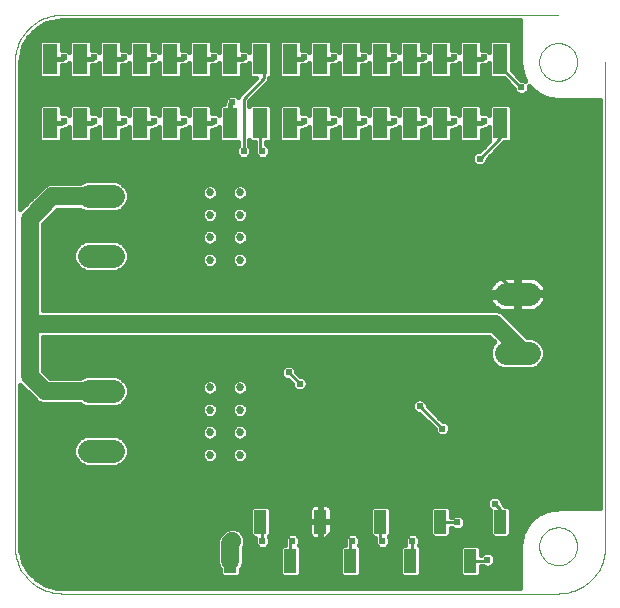
<source format=gbl>
G75*
G70*
%OFA0B0*%
%FSLAX24Y24*%
%IPPOS*%
%LPD*%
%AMOC8*
5,1,8,0,0,1.08239X$1,22.5*
%
%ADD10R,0.0394X0.0787*%
%ADD11R,0.0500X0.1000*%
%ADD12C,0.0000*%
%ADD13C,0.0780*%
%ADD14C,0.0238*%
%ADD15C,0.0100*%
%ADD16C,0.0160*%
%ADD17C,0.0270*%
%ADD18C,0.0600*%
%ADD19C,0.0600*%
D10*
X012607Y001600D03*
X014607Y001600D03*
X013607Y002900D03*
X015607Y002900D03*
X017607Y002900D03*
X016607Y001600D03*
X018607Y001600D03*
X020607Y001600D03*
X019607Y002900D03*
X021607Y002900D03*
D11*
X021607Y016175D03*
X020607Y016175D03*
X019607Y016175D03*
X018607Y016175D03*
X017607Y016175D03*
X016607Y016175D03*
X015607Y016175D03*
X014607Y016175D03*
X013607Y016175D03*
X012607Y016175D03*
X011607Y016175D03*
X010607Y016175D03*
X009607Y016175D03*
X008607Y016175D03*
X007607Y016175D03*
X006607Y016175D03*
X006607Y018325D03*
X007607Y018325D03*
X008607Y018325D03*
X009607Y018325D03*
X010607Y018325D03*
X011607Y018325D03*
X012607Y018325D03*
X013607Y018325D03*
X014607Y018325D03*
X015607Y018325D03*
X016607Y018325D03*
X017607Y018325D03*
X018607Y018325D03*
X019607Y018325D03*
X020607Y018325D03*
X021607Y018325D03*
D12*
X005418Y018217D02*
X005418Y002075D01*
X005420Y001998D01*
X005426Y001921D01*
X005435Y001844D01*
X005448Y001768D01*
X005465Y001692D01*
X005486Y001618D01*
X005510Y001544D01*
X005538Y001472D01*
X005569Y001402D01*
X005604Y001333D01*
X005642Y001265D01*
X005683Y001200D01*
X005728Y001137D01*
X005776Y001076D01*
X005826Y001017D01*
X005879Y000961D01*
X005935Y000908D01*
X005994Y000858D01*
X006055Y000810D01*
X006118Y000765D01*
X006183Y000724D01*
X006251Y000686D01*
X006320Y000651D01*
X006390Y000620D01*
X006462Y000592D01*
X006536Y000568D01*
X006610Y000547D01*
X006686Y000530D01*
X006762Y000517D01*
X006839Y000508D01*
X006916Y000502D01*
X006993Y000500D01*
X023528Y000500D01*
X022898Y002075D02*
X022900Y002125D01*
X022906Y002175D01*
X022916Y002224D01*
X022930Y002272D01*
X022947Y002319D01*
X022968Y002364D01*
X022993Y002408D01*
X023021Y002449D01*
X023053Y002488D01*
X023087Y002525D01*
X023124Y002559D01*
X023164Y002589D01*
X023206Y002616D01*
X023250Y002640D01*
X023296Y002661D01*
X023343Y002677D01*
X023391Y002690D01*
X023441Y002699D01*
X023490Y002704D01*
X023541Y002705D01*
X023591Y002702D01*
X023640Y002695D01*
X023689Y002684D01*
X023737Y002669D01*
X023783Y002651D01*
X023828Y002629D01*
X023871Y002603D01*
X023912Y002574D01*
X023951Y002542D01*
X023987Y002507D01*
X024019Y002469D01*
X024049Y002429D01*
X024076Y002386D01*
X024099Y002342D01*
X024118Y002296D01*
X024134Y002248D01*
X024146Y002199D01*
X024154Y002150D01*
X024158Y002100D01*
X024158Y002050D01*
X024154Y002000D01*
X024146Y001951D01*
X024134Y001902D01*
X024118Y001854D01*
X024099Y001808D01*
X024076Y001764D01*
X024049Y001721D01*
X024019Y001681D01*
X023987Y001643D01*
X023951Y001608D01*
X023912Y001576D01*
X023871Y001547D01*
X023828Y001521D01*
X023783Y001499D01*
X023737Y001481D01*
X023689Y001466D01*
X023640Y001455D01*
X023591Y001448D01*
X023541Y001445D01*
X023490Y001446D01*
X023441Y001451D01*
X023391Y001460D01*
X023343Y001473D01*
X023296Y001489D01*
X023250Y001510D01*
X023206Y001534D01*
X023164Y001561D01*
X023124Y001591D01*
X023087Y001625D01*
X023053Y001662D01*
X023021Y001701D01*
X022993Y001742D01*
X022968Y001786D01*
X022947Y001831D01*
X022930Y001878D01*
X022916Y001926D01*
X022906Y001975D01*
X022900Y002025D01*
X022898Y002075D01*
X023528Y000500D02*
X023605Y000502D01*
X023682Y000508D01*
X023759Y000517D01*
X023835Y000530D01*
X023911Y000547D01*
X023985Y000568D01*
X024059Y000592D01*
X024131Y000620D01*
X024201Y000651D01*
X024270Y000686D01*
X024338Y000724D01*
X024403Y000765D01*
X024466Y000810D01*
X024527Y000858D01*
X024586Y000908D01*
X024642Y000961D01*
X024695Y001017D01*
X024745Y001076D01*
X024793Y001137D01*
X024838Y001200D01*
X024879Y001265D01*
X024917Y001333D01*
X024952Y001402D01*
X024983Y001472D01*
X025011Y001544D01*
X025035Y001618D01*
X025056Y001692D01*
X025073Y001768D01*
X025086Y001844D01*
X025095Y001921D01*
X025101Y001998D01*
X025103Y002075D01*
X025103Y018217D01*
X022898Y018217D02*
X022900Y018267D01*
X022906Y018317D01*
X022916Y018366D01*
X022930Y018414D01*
X022947Y018461D01*
X022968Y018506D01*
X022993Y018550D01*
X023021Y018591D01*
X023053Y018630D01*
X023087Y018667D01*
X023124Y018701D01*
X023164Y018731D01*
X023206Y018758D01*
X023250Y018782D01*
X023296Y018803D01*
X023343Y018819D01*
X023391Y018832D01*
X023441Y018841D01*
X023490Y018846D01*
X023541Y018847D01*
X023591Y018844D01*
X023640Y018837D01*
X023689Y018826D01*
X023737Y018811D01*
X023783Y018793D01*
X023828Y018771D01*
X023871Y018745D01*
X023912Y018716D01*
X023951Y018684D01*
X023987Y018649D01*
X024019Y018611D01*
X024049Y018571D01*
X024076Y018528D01*
X024099Y018484D01*
X024118Y018438D01*
X024134Y018390D01*
X024146Y018341D01*
X024154Y018292D01*
X024158Y018242D01*
X024158Y018192D01*
X024154Y018142D01*
X024146Y018093D01*
X024134Y018044D01*
X024118Y017996D01*
X024099Y017950D01*
X024076Y017906D01*
X024049Y017863D01*
X024019Y017823D01*
X023987Y017785D01*
X023951Y017750D01*
X023912Y017718D01*
X023871Y017689D01*
X023828Y017663D01*
X023783Y017641D01*
X023737Y017623D01*
X023689Y017608D01*
X023640Y017597D01*
X023591Y017590D01*
X023541Y017587D01*
X023490Y017588D01*
X023441Y017593D01*
X023391Y017602D01*
X023343Y017615D01*
X023296Y017631D01*
X023250Y017652D01*
X023206Y017676D01*
X023164Y017703D01*
X023124Y017733D01*
X023087Y017767D01*
X023053Y017804D01*
X023021Y017843D01*
X022993Y017884D01*
X022968Y017928D01*
X022947Y017973D01*
X022930Y018020D01*
X022916Y018068D01*
X022906Y018117D01*
X022900Y018167D01*
X022898Y018217D01*
X023528Y019791D02*
X006993Y019791D01*
X006993Y019792D02*
X006916Y019790D01*
X006839Y019784D01*
X006762Y019775D01*
X006686Y019762D01*
X006610Y019745D01*
X006536Y019724D01*
X006462Y019700D01*
X006390Y019672D01*
X006320Y019641D01*
X006251Y019606D01*
X006183Y019568D01*
X006118Y019527D01*
X006055Y019482D01*
X005994Y019434D01*
X005935Y019384D01*
X005879Y019331D01*
X005826Y019275D01*
X005776Y019216D01*
X005728Y019155D01*
X005683Y019092D01*
X005642Y019027D01*
X005604Y018959D01*
X005569Y018890D01*
X005538Y018820D01*
X005510Y018748D01*
X005486Y018674D01*
X005465Y018600D01*
X005448Y018524D01*
X005435Y018448D01*
X005426Y018371D01*
X005420Y018294D01*
X005418Y018217D01*
D13*
X007903Y013740D02*
X008683Y013740D01*
X008683Y011760D02*
X007903Y011760D01*
X007903Y007240D02*
X008683Y007240D01*
X008683Y005260D02*
X007903Y005260D01*
X021778Y008510D02*
X022558Y008510D01*
X022558Y010490D02*
X021778Y010490D01*
D14*
X017918Y010375D03*
X014793Y011125D03*
X016793Y012750D03*
X013668Y015250D03*
X013043Y015250D03*
X012043Y016250D03*
X012668Y016875D03*
X011043Y016250D03*
X010043Y016250D03*
X009043Y016250D03*
X008043Y016250D03*
X007043Y016250D03*
X007043Y018375D03*
X008043Y018375D03*
X009043Y018375D03*
X010043Y018375D03*
X011043Y018375D03*
X012043Y018375D03*
X013043Y018375D03*
X015043Y018375D03*
X016043Y018375D03*
X017043Y018375D03*
X018043Y018375D03*
X019043Y018375D03*
X020043Y018375D03*
X021043Y018375D03*
X022293Y017375D03*
X021043Y016250D03*
X020043Y016250D03*
X019043Y016250D03*
X018043Y016250D03*
X017043Y016250D03*
X016043Y016250D03*
X015043Y016250D03*
X020918Y015000D03*
X014543Y007875D03*
X014918Y007500D03*
X016793Y006250D03*
X017168Y004750D03*
X019668Y006000D03*
X018918Y006750D03*
X021418Y003500D03*
X021918Y003500D03*
X020168Y002875D03*
X018668Y002250D03*
X017668Y002250D03*
X016668Y002250D03*
X015668Y002250D03*
X014668Y002250D03*
X013668Y002250D03*
X021168Y001625D03*
D15*
X021144Y001600D01*
X020607Y001600D01*
X021793Y001000D02*
X015793Y001000D01*
X015668Y001125D01*
X015668Y002250D01*
X016793Y003375D01*
X016793Y006000D01*
X016793Y006250D01*
X017168Y004750D02*
X017168Y003750D01*
X016793Y003375D01*
X017607Y002900D02*
X017607Y002311D01*
X017668Y002250D01*
X018668Y002250D02*
X018668Y001661D01*
X018607Y001600D01*
X019632Y002875D02*
X019607Y002900D01*
X019632Y002875D02*
X020168Y002875D01*
X021418Y003500D02*
X021607Y003311D01*
X021607Y002900D01*
X021918Y003500D02*
X021918Y001125D01*
X021793Y001000D01*
X016607Y001600D02*
X016607Y002189D01*
X016668Y002250D01*
X015668Y002250D02*
X015607Y002311D01*
X015607Y002900D01*
X015607Y002311D01*
X015668Y002250D01*
X014668Y002250D02*
X014607Y002189D01*
X014607Y001600D01*
X013668Y002250D02*
X013668Y002839D01*
X013607Y002900D01*
X018918Y006750D02*
X019668Y006000D01*
X014918Y007500D02*
X014543Y007875D01*
X014793Y011125D02*
X021533Y011125D01*
X022168Y010490D01*
X019908Y012750D01*
X016793Y012750D01*
X013668Y015250D02*
X013607Y015311D01*
X013607Y016175D01*
X013043Y017000D02*
X013043Y015250D01*
X013043Y017000D02*
X013718Y017675D01*
X013718Y018325D01*
X013607Y018325D01*
X020918Y015000D02*
X021607Y015689D01*
X021607Y016175D01*
X022293Y017375D02*
X021607Y018061D01*
X021607Y018325D01*
X022168Y010490D02*
X022053Y010375D01*
X021553Y010375D01*
D16*
X017918Y010375D01*
X011043Y010375D01*
X011762Y011392D02*
X011863Y011350D01*
X011973Y011350D01*
X012074Y011392D01*
X012151Y011469D01*
X012193Y011570D01*
X012193Y011680D01*
X012151Y011781D01*
X012074Y011858D01*
X011973Y011900D01*
X011863Y011900D01*
X011762Y011858D01*
X011685Y011781D01*
X011643Y011680D01*
X011643Y011570D01*
X011685Y011469D01*
X011762Y011392D01*
X011718Y011437D02*
X009109Y011437D01*
X009132Y011460D02*
X009213Y011655D01*
X009213Y011865D01*
X009132Y012060D01*
X008983Y012209D01*
X008789Y012290D01*
X007798Y012290D01*
X007603Y012209D01*
X007454Y012060D01*
X007373Y011865D01*
X007373Y011655D01*
X007454Y011460D01*
X007603Y011311D01*
X007798Y011230D01*
X008789Y011230D01*
X008983Y011311D01*
X009132Y011460D01*
X009188Y011595D02*
X011643Y011595D01*
X011674Y011754D02*
X009213Y011754D01*
X009194Y011912D02*
X024923Y011912D01*
X024923Y011754D02*
X013163Y011754D01*
X013151Y011781D02*
X013074Y011858D01*
X012973Y011900D01*
X012863Y011900D01*
X012762Y011858D01*
X012685Y011781D01*
X012643Y011680D01*
X012643Y011570D01*
X012685Y011469D01*
X012762Y011392D01*
X012863Y011350D01*
X012973Y011350D01*
X013074Y011392D01*
X013151Y011469D01*
X013193Y011570D01*
X013193Y011680D01*
X013151Y011781D01*
X013193Y011595D02*
X024923Y011595D01*
X024923Y011437D02*
X013119Y011437D01*
X012718Y011437D02*
X012119Y011437D01*
X012193Y011595D02*
X012643Y011595D01*
X012674Y011754D02*
X012163Y011754D01*
X011973Y012100D02*
X011863Y012100D01*
X011762Y012142D01*
X011685Y012219D01*
X011643Y012320D01*
X011643Y012430D01*
X011685Y012531D01*
X011762Y012608D01*
X011863Y012650D01*
X011973Y012650D01*
X012074Y012608D01*
X012151Y012531D01*
X012193Y012430D01*
X012193Y012320D01*
X012151Y012219D01*
X012074Y012142D01*
X011973Y012100D01*
X012155Y012229D02*
X012681Y012229D01*
X012685Y012219D02*
X012762Y012142D01*
X012863Y012100D01*
X012973Y012100D01*
X013074Y012142D01*
X013151Y012219D01*
X013193Y012320D01*
X013193Y012430D01*
X013151Y012531D01*
X013074Y012608D01*
X012973Y012650D01*
X012863Y012650D01*
X012762Y012608D01*
X012685Y012531D01*
X012643Y012430D01*
X012643Y012320D01*
X012685Y012219D01*
X012643Y012388D02*
X012193Y012388D01*
X012136Y012546D02*
X012700Y012546D01*
X012832Y012863D02*
X012004Y012863D01*
X011973Y012850D02*
X012074Y012892D01*
X012151Y012969D01*
X012193Y013070D01*
X012193Y013180D01*
X012643Y013180D01*
X012643Y013070D01*
X012685Y012969D01*
X012762Y012892D01*
X012863Y012850D01*
X012973Y012850D01*
X013074Y012892D01*
X013151Y012969D01*
X013193Y013070D01*
X013193Y013180D01*
X024923Y013180D01*
X024923Y013022D02*
X013173Y013022D01*
X013193Y013180D02*
X013151Y013281D01*
X013074Y013358D01*
X012973Y013400D01*
X012863Y013400D01*
X012762Y013358D01*
X012685Y013281D01*
X012643Y013180D01*
X012663Y013022D02*
X012173Y013022D01*
X012193Y013180D02*
X012151Y013281D01*
X012074Y013358D01*
X011973Y013400D01*
X011863Y013400D01*
X011762Y013358D01*
X011685Y013281D01*
X011643Y013180D01*
X006720Y013180D01*
X006840Y013300D02*
X007594Y013300D01*
X007603Y013291D01*
X007798Y013210D01*
X008789Y013210D01*
X008983Y013291D01*
X009132Y013440D01*
X009213Y013635D01*
X009213Y013845D01*
X009132Y014040D01*
X008983Y014189D01*
X008789Y014270D01*
X007798Y014270D01*
X007603Y014189D01*
X007594Y014180D01*
X006571Y014180D01*
X006409Y014113D01*
X005669Y013373D01*
X005598Y013302D01*
X005598Y018217D01*
X005610Y018399D01*
X005704Y018750D01*
X005886Y019066D01*
X005886Y019066D01*
X006144Y019323D01*
X006459Y019505D01*
X006811Y019599D01*
X006993Y019611D01*
X022267Y019611D01*
X022267Y018246D01*
X022265Y018244D01*
X022267Y018214D01*
X022267Y018183D01*
X022270Y018181D01*
X022278Y018069D01*
X022274Y018064D01*
X022280Y018037D01*
X022282Y018010D01*
X022287Y018005D01*
X022311Y017893D01*
X022309Y017887D01*
X022318Y017861D01*
X022324Y017834D01*
X022329Y017831D01*
X022370Y017723D01*
X022368Y017717D01*
X022381Y017693D01*
X022391Y017667D01*
X022397Y017664D01*
X022433Y017597D01*
X022345Y017634D01*
X022303Y017634D01*
X021997Y017940D01*
X021997Y018883D01*
X021915Y018965D01*
X021299Y018965D01*
X021217Y018883D01*
X021217Y018567D01*
X021190Y018595D01*
X021095Y018634D01*
X020997Y018634D01*
X020997Y018883D01*
X020915Y018965D01*
X020299Y018965D01*
X020217Y018883D01*
X020217Y018567D01*
X020190Y018595D01*
X020095Y018634D01*
X019997Y018634D01*
X019997Y018883D01*
X019915Y018965D01*
X019299Y018965D01*
X019217Y018883D01*
X019217Y018567D01*
X019190Y018595D01*
X019095Y018634D01*
X018997Y018634D01*
X018997Y018883D01*
X018915Y018965D01*
X018299Y018965D01*
X018217Y018883D01*
X018217Y018567D01*
X018190Y018595D01*
X018095Y018634D01*
X017997Y018634D01*
X017997Y018883D01*
X017915Y018965D01*
X017299Y018965D01*
X017217Y018883D01*
X017217Y018567D01*
X017190Y018595D01*
X017095Y018634D01*
X016997Y018634D01*
X016997Y018883D01*
X016915Y018965D01*
X016299Y018965D01*
X016217Y018883D01*
X016217Y018567D01*
X016190Y018595D01*
X016095Y018634D01*
X015997Y018634D01*
X015997Y018883D01*
X015915Y018965D01*
X015299Y018965D01*
X015217Y018883D01*
X015217Y018567D01*
X015190Y018595D01*
X015095Y018634D01*
X014997Y018634D01*
X014997Y018883D01*
X014915Y018965D01*
X014299Y018965D01*
X014217Y018883D01*
X014217Y017767D01*
X014299Y017685D01*
X014915Y017685D01*
X014997Y017767D01*
X014997Y018105D01*
X015084Y018105D01*
X015096Y018116D01*
X015190Y018155D01*
X015217Y018183D01*
X015217Y017767D01*
X015299Y017685D01*
X015915Y017685D01*
X015997Y017767D01*
X015997Y018105D01*
X016084Y018105D01*
X016096Y018116D01*
X016190Y018155D01*
X016217Y018183D01*
X016217Y017767D01*
X016299Y017685D01*
X016915Y017685D01*
X016997Y017767D01*
X016997Y018105D01*
X017084Y018105D01*
X017096Y018116D01*
X017190Y018155D01*
X017217Y018183D01*
X017217Y017767D01*
X017299Y017685D01*
X017915Y017685D01*
X017997Y017767D01*
X017997Y018105D01*
X018084Y018105D01*
X018096Y018116D01*
X018190Y018155D01*
X018217Y018183D01*
X018217Y017767D01*
X018299Y017685D01*
X018915Y017685D01*
X018997Y017767D01*
X018997Y018105D01*
X019084Y018105D01*
X019096Y018116D01*
X019190Y018155D01*
X019217Y018183D01*
X019217Y017767D01*
X019299Y017685D01*
X019915Y017685D01*
X019997Y017767D01*
X019997Y018105D01*
X020084Y018105D01*
X020096Y018116D01*
X020190Y018155D01*
X020217Y018183D01*
X020217Y017767D01*
X020299Y017685D01*
X020915Y017685D01*
X020997Y017767D01*
X020997Y018105D01*
X021084Y018105D01*
X021096Y018116D01*
X021190Y018155D01*
X021217Y018183D01*
X021217Y017767D01*
X021299Y017685D01*
X021715Y017685D01*
X022034Y017365D01*
X022034Y017323D01*
X022073Y017228D01*
X022146Y017155D01*
X022242Y017116D01*
X022345Y017116D01*
X022440Y017155D01*
X022513Y017228D01*
X022552Y017323D01*
X022552Y017421D01*
X022556Y017416D01*
X022556Y017410D01*
X022575Y017391D01*
X022592Y017369D01*
X022598Y017368D01*
X022679Y017286D01*
X022680Y017280D01*
X022702Y017263D01*
X022722Y017244D01*
X022728Y017244D01*
X022821Y017175D01*
X022822Y017169D01*
X022846Y017155D01*
X022868Y017139D01*
X022875Y017140D01*
X022976Y017085D01*
X022979Y017079D01*
X023004Y017069D01*
X023028Y017056D01*
X023035Y017058D01*
X023143Y017018D01*
X023146Y017012D01*
X023173Y017006D01*
X023199Y016997D01*
X023205Y016999D01*
X023317Y016975D01*
X023321Y016970D01*
X023349Y016968D01*
X023376Y016962D01*
X023381Y016966D01*
X023493Y016958D01*
X023495Y016955D01*
X023525Y016955D01*
X023556Y016953D01*
X023558Y016955D01*
X024923Y016955D01*
X024923Y003336D01*
X023558Y003336D01*
X023556Y003338D01*
X023525Y003336D01*
X023495Y003336D01*
X023493Y003334D01*
X023381Y003326D01*
X023376Y003329D01*
X023349Y003323D01*
X023321Y003321D01*
X023317Y003316D01*
X023205Y003292D01*
X023199Y003295D01*
X023173Y003285D01*
X023146Y003279D01*
X023143Y003274D01*
X023035Y003233D01*
X023028Y003235D01*
X023004Y003222D01*
X022979Y003213D01*
X022976Y003207D01*
X022875Y003151D01*
X022868Y003152D01*
X022846Y003136D01*
X022822Y003123D01*
X022821Y003116D01*
X022728Y003047D01*
X022722Y003047D01*
X022702Y003028D01*
X022680Y003012D01*
X022679Y003005D01*
X022598Y002924D01*
X022592Y002923D01*
X022575Y002901D01*
X022556Y002881D01*
X022556Y002875D01*
X022487Y002783D01*
X022480Y002781D01*
X022467Y002757D01*
X022451Y002735D01*
X022452Y002728D01*
X022397Y002627D01*
X022391Y002624D01*
X022381Y002599D01*
X022368Y002575D01*
X022370Y002568D01*
X022329Y002460D01*
X022324Y002457D01*
X022318Y002430D01*
X022309Y002404D01*
X022311Y002399D01*
X022287Y002286D01*
X022282Y002282D01*
X022280Y002254D01*
X022274Y002228D01*
X022278Y002222D01*
X022270Y002110D01*
X022267Y002108D01*
X022267Y002078D01*
X022265Y002047D01*
X022267Y002045D01*
X022267Y000680D01*
X006993Y000680D01*
X006811Y000692D01*
X006459Y000786D01*
X006144Y000968D01*
X005886Y001226D01*
X005704Y001541D01*
X005610Y001893D01*
X005598Y002075D01*
X005598Y007448D01*
X006045Y007001D01*
X006169Y006877D01*
X006331Y006810D01*
X007584Y006810D01*
X007603Y006791D01*
X007798Y006710D01*
X008789Y006710D01*
X008983Y006791D01*
X009132Y006940D01*
X009213Y007135D01*
X009213Y007345D01*
X009132Y007540D01*
X008983Y007689D01*
X008789Y007770D01*
X007798Y007770D01*
X007605Y007690D01*
X006600Y007690D01*
X006358Y007932D01*
X006358Y009060D01*
X021236Y009060D01*
X021407Y008889D01*
X021329Y008810D01*
X021248Y008615D01*
X021248Y008405D01*
X021329Y008210D01*
X021478Y008061D01*
X021673Y007980D01*
X022664Y007980D01*
X022858Y008061D01*
X023007Y008210D01*
X023088Y008405D01*
X023088Y008615D01*
X023007Y008810D01*
X022858Y008959D01*
X022664Y009040D01*
X022500Y009040D01*
X021667Y009873D01*
X021506Y009940D01*
X006358Y009940D01*
X006358Y012818D01*
X006840Y013300D01*
X006562Y013022D02*
X011663Y013022D01*
X011643Y013070D02*
X011685Y012969D01*
X011762Y012892D01*
X011863Y012850D01*
X011973Y012850D01*
X011832Y012863D02*
X006403Y012863D01*
X006358Y012705D02*
X024923Y012705D01*
X024923Y012863D02*
X013004Y012863D01*
X013136Y012546D02*
X024923Y012546D01*
X024923Y012388D02*
X013193Y012388D01*
X013155Y012229D02*
X024923Y012229D01*
X024923Y012071D02*
X009122Y012071D01*
X008936Y012229D02*
X011681Y012229D01*
X011643Y012388D02*
X006358Y012388D01*
X006358Y012546D02*
X011700Y012546D01*
X011643Y013070D02*
X011643Y013180D01*
X011743Y013339D02*
X009031Y013339D01*
X009156Y013497D02*
X024923Y013497D01*
X024923Y013339D02*
X013093Y013339D01*
X012973Y013600D02*
X012863Y013600D01*
X012762Y013642D01*
X012685Y013719D01*
X012643Y013820D01*
X012643Y013930D01*
X012685Y014031D01*
X012762Y014108D01*
X012863Y014150D01*
X012973Y014150D01*
X013074Y014108D01*
X013151Y014031D01*
X013193Y013930D01*
X013193Y013820D01*
X013151Y013719D01*
X013074Y013642D01*
X012973Y013600D01*
X013088Y013656D02*
X024923Y013656D01*
X024923Y013814D02*
X013191Y013814D01*
X013175Y013973D02*
X024923Y013973D01*
X024923Y014131D02*
X013019Y014131D01*
X012818Y014131D02*
X012019Y014131D01*
X011973Y014150D02*
X011863Y014150D01*
X011762Y014108D01*
X011685Y014031D01*
X011643Y013930D01*
X011643Y013820D01*
X011685Y013719D01*
X011762Y013642D01*
X011863Y013600D01*
X011973Y013600D01*
X012074Y013642D01*
X012151Y013719D01*
X012193Y013820D01*
X012193Y013930D01*
X012151Y014031D01*
X012074Y014108D01*
X011973Y014150D01*
X011818Y014131D02*
X009042Y014131D01*
X009160Y013973D02*
X011661Y013973D01*
X011646Y013814D02*
X009213Y013814D01*
X009213Y013656D02*
X011749Y013656D01*
X012088Y013656D02*
X012749Y013656D01*
X012646Y013814D02*
X012191Y013814D01*
X012175Y013973D02*
X012661Y013973D01*
X012743Y013339D02*
X012093Y013339D01*
X012896Y015030D02*
X012823Y015103D01*
X012784Y015198D01*
X012784Y015302D01*
X012823Y015397D01*
X012853Y015426D01*
X012853Y015535D01*
X012299Y015535D01*
X012217Y015617D01*
X012217Y016058D01*
X012190Y016030D01*
X012096Y015991D01*
X012059Y015955D01*
X011997Y015955D01*
X011997Y015617D01*
X011915Y015535D01*
X011299Y015535D01*
X011217Y015617D01*
X011217Y016058D01*
X011190Y016030D01*
X011096Y015991D01*
X011059Y015955D01*
X010997Y015955D01*
X010997Y015617D01*
X010915Y015535D01*
X010299Y015535D01*
X010217Y015617D01*
X010217Y016058D01*
X010190Y016030D01*
X010096Y015991D01*
X010059Y015955D01*
X009997Y015955D01*
X009997Y015617D01*
X009915Y015535D01*
X009299Y015535D01*
X009217Y015617D01*
X009217Y016058D01*
X009190Y016030D01*
X009096Y015991D01*
X009059Y015955D01*
X008997Y015955D01*
X008997Y015617D01*
X008915Y015535D01*
X008299Y015535D01*
X008217Y015617D01*
X008217Y016058D01*
X008190Y016030D01*
X008096Y015991D01*
X008059Y015955D01*
X007997Y015955D01*
X007997Y015617D01*
X007915Y015535D01*
X007299Y015535D01*
X007217Y015617D01*
X007217Y016058D01*
X007190Y016030D01*
X007096Y015991D01*
X007059Y015955D01*
X006997Y015955D01*
X006997Y015617D01*
X006915Y015535D01*
X006299Y015535D01*
X006217Y015617D01*
X006217Y016733D01*
X006299Y016815D01*
X006915Y016815D01*
X006997Y016733D01*
X006997Y016509D01*
X007095Y016509D01*
X007190Y016470D01*
X007217Y016442D01*
X007217Y016733D01*
X007299Y016815D01*
X007915Y016815D01*
X007997Y016733D01*
X007997Y016509D01*
X008095Y016509D01*
X008190Y016470D01*
X008217Y016442D01*
X008217Y016733D01*
X008299Y016815D01*
X008915Y016815D01*
X008997Y016733D01*
X008997Y016509D01*
X009095Y016509D01*
X009190Y016470D01*
X009217Y016442D01*
X009217Y016733D01*
X009299Y016815D01*
X009915Y016815D01*
X009997Y016733D01*
X009997Y016509D01*
X010095Y016509D01*
X010190Y016470D01*
X010217Y016442D01*
X010217Y016733D01*
X010299Y016815D01*
X010915Y016815D01*
X010997Y016733D01*
X010997Y016509D01*
X011095Y016509D01*
X011190Y016470D01*
X011217Y016442D01*
X011217Y016733D01*
X011299Y016815D01*
X011915Y016815D01*
X011997Y016733D01*
X011997Y016509D01*
X012095Y016509D01*
X012190Y016470D01*
X012217Y016442D01*
X012217Y016733D01*
X012299Y016815D01*
X012387Y016815D01*
X012387Y016905D01*
X012409Y016927D01*
X012448Y017022D01*
X012521Y017095D01*
X012617Y017134D01*
X012720Y017134D01*
X012815Y017095D01*
X012853Y017056D01*
X012853Y017079D01*
X012964Y017190D01*
X013459Y017685D01*
X013299Y017685D01*
X013217Y017767D01*
X013217Y018183D01*
X013190Y018155D01*
X013096Y018116D01*
X013084Y018105D01*
X012997Y018105D01*
X012997Y017767D01*
X012915Y017685D01*
X012299Y017685D01*
X012217Y017767D01*
X012217Y018183D01*
X012190Y018155D01*
X012096Y018116D01*
X012084Y018105D01*
X011997Y018105D01*
X011997Y017767D01*
X011915Y017685D01*
X011299Y017685D01*
X011217Y017767D01*
X011217Y018183D01*
X011190Y018155D01*
X011096Y018116D01*
X011084Y018105D01*
X010997Y018105D01*
X010997Y017767D01*
X010915Y017685D01*
X010299Y017685D01*
X010217Y017767D01*
X010217Y018183D01*
X010190Y018155D01*
X010096Y018116D01*
X010084Y018105D01*
X009997Y018105D01*
X009997Y017767D01*
X009915Y017685D01*
X009299Y017685D01*
X009217Y017767D01*
X009217Y018183D01*
X009190Y018155D01*
X009096Y018116D01*
X009084Y018105D01*
X008997Y018105D01*
X008997Y017767D01*
X008915Y017685D01*
X008299Y017685D01*
X008217Y017767D01*
X008217Y018183D01*
X008190Y018155D01*
X008096Y018116D01*
X008084Y018105D01*
X007997Y018105D01*
X007997Y017767D01*
X007915Y017685D01*
X007299Y017685D01*
X007217Y017767D01*
X007217Y018183D01*
X007190Y018155D01*
X007096Y018116D01*
X007084Y018105D01*
X006997Y018105D01*
X006997Y017767D01*
X006915Y017685D01*
X006299Y017685D01*
X006217Y017767D01*
X006217Y018883D01*
X006299Y018965D01*
X006915Y018965D01*
X006997Y018883D01*
X006997Y018634D01*
X007095Y018634D01*
X007190Y018595D01*
X007217Y018567D01*
X007217Y018883D01*
X007299Y018965D01*
X007915Y018965D01*
X007997Y018883D01*
X007997Y018634D01*
X008095Y018634D01*
X008190Y018595D01*
X008217Y018567D01*
X008217Y018883D01*
X008299Y018965D01*
X008915Y018965D01*
X008997Y018883D01*
X008997Y018634D01*
X009095Y018634D01*
X009190Y018595D01*
X009217Y018567D01*
X009217Y018883D01*
X009299Y018965D01*
X009915Y018965D01*
X009997Y018883D01*
X009997Y018634D01*
X010095Y018634D01*
X010190Y018595D01*
X010217Y018567D01*
X010217Y018883D01*
X010299Y018965D01*
X010915Y018965D01*
X010997Y018883D01*
X010997Y018634D01*
X011095Y018634D01*
X011190Y018595D01*
X011217Y018567D01*
X011217Y018883D01*
X011299Y018965D01*
X011915Y018965D01*
X011997Y018883D01*
X011997Y018634D01*
X012095Y018634D01*
X012190Y018595D01*
X012217Y018567D01*
X012217Y018883D01*
X012299Y018965D01*
X012915Y018965D01*
X012997Y018883D01*
X012997Y018634D01*
X013095Y018634D01*
X013190Y018595D01*
X013217Y018567D01*
X013217Y018883D01*
X013299Y018965D01*
X013915Y018965D01*
X013997Y018883D01*
X013997Y017767D01*
X013915Y017685D01*
X013908Y017685D01*
X013908Y017596D01*
X013233Y016921D01*
X013233Y016749D01*
X013299Y016815D01*
X013915Y016815D01*
X013997Y016733D01*
X013997Y015617D01*
X013915Y015535D01*
X013797Y015535D01*
X013797Y015477D01*
X013815Y015470D01*
X013888Y015397D01*
X013927Y015302D01*
X013927Y015198D01*
X013888Y015103D01*
X013815Y015030D01*
X013720Y014991D01*
X013617Y014991D01*
X013521Y015030D01*
X013448Y015103D01*
X013409Y015198D01*
X013409Y015302D01*
X013417Y015321D01*
X013417Y015535D01*
X013299Y015535D01*
X013233Y015601D01*
X013233Y015426D01*
X013263Y015397D01*
X013302Y015302D01*
X013302Y015198D01*
X013263Y015103D01*
X013190Y015030D01*
X013095Y014991D01*
X012992Y014991D01*
X012896Y015030D01*
X012845Y015082D02*
X005598Y015082D01*
X005598Y014924D02*
X020669Y014924D01*
X020659Y014948D02*
X020698Y014853D01*
X020771Y014780D01*
X020867Y014741D01*
X020970Y014741D01*
X021065Y014780D01*
X021138Y014853D01*
X021177Y014948D01*
X021177Y014990D01*
X021722Y015535D01*
X021915Y015535D01*
X021997Y015617D01*
X021997Y016733D01*
X021915Y016815D01*
X021299Y016815D01*
X021217Y016733D01*
X021217Y016442D01*
X021190Y016470D01*
X021095Y016509D01*
X020997Y016509D01*
X020997Y016733D01*
X020915Y016815D01*
X020299Y016815D01*
X020217Y016733D01*
X020217Y016442D01*
X020190Y016470D01*
X020095Y016509D01*
X019997Y016509D01*
X019997Y016733D01*
X019915Y016815D01*
X019299Y016815D01*
X019217Y016733D01*
X019217Y016442D01*
X019190Y016470D01*
X019095Y016509D01*
X018997Y016509D01*
X018997Y016733D01*
X018915Y016815D01*
X018299Y016815D01*
X018217Y016733D01*
X018217Y016442D01*
X018190Y016470D01*
X018095Y016509D01*
X017997Y016509D01*
X017997Y016733D01*
X017915Y016815D01*
X017299Y016815D01*
X017217Y016733D01*
X017217Y016442D01*
X017190Y016470D01*
X017095Y016509D01*
X016997Y016509D01*
X016997Y016733D01*
X016915Y016815D01*
X016299Y016815D01*
X016217Y016733D01*
X016217Y016442D01*
X016190Y016470D01*
X016095Y016509D01*
X015997Y016509D01*
X015997Y016733D01*
X015915Y016815D01*
X015299Y016815D01*
X015217Y016733D01*
X015217Y016442D01*
X015190Y016470D01*
X015095Y016509D01*
X014997Y016509D01*
X014997Y016733D01*
X014915Y016815D01*
X014299Y016815D01*
X014217Y016733D01*
X014217Y015617D01*
X014299Y015535D01*
X014915Y015535D01*
X014997Y015617D01*
X014997Y015955D01*
X015059Y015955D01*
X015096Y015991D01*
X015190Y016030D01*
X015217Y016058D01*
X015217Y015617D01*
X015299Y015535D01*
X015915Y015535D01*
X015997Y015617D01*
X015997Y015955D01*
X016059Y015955D01*
X016096Y015991D01*
X016190Y016030D01*
X016217Y016058D01*
X016217Y015617D01*
X016299Y015535D01*
X016915Y015535D01*
X016997Y015617D01*
X016997Y015955D01*
X017059Y015955D01*
X017096Y015991D01*
X017190Y016030D01*
X017217Y016058D01*
X017217Y015617D01*
X017299Y015535D01*
X017915Y015535D01*
X017997Y015617D01*
X017997Y015955D01*
X018059Y015955D01*
X018096Y015991D01*
X018190Y016030D01*
X018217Y016058D01*
X018217Y015617D01*
X018299Y015535D01*
X018915Y015535D01*
X018997Y015617D01*
X018997Y015955D01*
X019059Y015955D01*
X019096Y015991D01*
X019190Y016030D01*
X019217Y016058D01*
X019217Y015617D01*
X019299Y015535D01*
X019915Y015535D01*
X019997Y015617D01*
X019997Y015955D01*
X020059Y015955D01*
X020096Y015991D01*
X020190Y016030D01*
X020217Y016058D01*
X020217Y015617D01*
X020299Y015535D01*
X020915Y015535D01*
X020997Y015617D01*
X020997Y015955D01*
X021059Y015955D01*
X021096Y015991D01*
X021190Y016030D01*
X021217Y016058D01*
X021217Y015617D01*
X021242Y015592D01*
X020908Y015259D01*
X020867Y015259D01*
X020771Y015220D01*
X020698Y015147D01*
X020659Y015052D01*
X020659Y014948D01*
X020672Y015082D02*
X013866Y015082D01*
X013927Y015241D02*
X020822Y015241D01*
X021048Y015399D02*
X013885Y015399D01*
X013937Y015558D02*
X014277Y015558D01*
X014217Y015716D02*
X013997Y015716D01*
X013997Y015875D02*
X014217Y015875D01*
X014217Y016033D02*
X013997Y016033D01*
X013997Y016192D02*
X014217Y016192D01*
X014217Y016350D02*
X013997Y016350D01*
X013997Y016509D02*
X014217Y016509D01*
X014217Y016667D02*
X013997Y016667D01*
X013454Y017143D02*
X022177Y017143D01*
X022043Y017301D02*
X013613Y017301D01*
X013771Y017460D02*
X021940Y017460D01*
X021781Y017618D02*
X013908Y017618D01*
X013997Y017777D02*
X014217Y017777D01*
X014217Y017935D02*
X013997Y017935D01*
X013997Y018094D02*
X014217Y018094D01*
X014217Y018252D02*
X013997Y018252D01*
X013997Y018411D02*
X014217Y018411D01*
X014217Y018569D02*
X013997Y018569D01*
X013997Y018728D02*
X014217Y018728D01*
X014220Y018886D02*
X013994Y018886D01*
X013220Y018886D02*
X012994Y018886D01*
X012997Y018728D02*
X013217Y018728D01*
X013215Y018569D02*
X013217Y018569D01*
X013043Y018375D02*
X012993Y018325D01*
X012607Y018325D01*
X012997Y018094D02*
X013217Y018094D01*
X013217Y017935D02*
X012997Y017935D01*
X012997Y017777D02*
X013217Y017777D01*
X013392Y017618D02*
X005598Y017618D01*
X005598Y017460D02*
X013234Y017460D01*
X013075Y017301D02*
X005598Y017301D01*
X005598Y017143D02*
X012917Y017143D01*
X012668Y016875D02*
X012607Y016814D01*
X012607Y016175D01*
X012217Y016033D02*
X012192Y016033D01*
X012217Y015875D02*
X011997Y015875D01*
X011997Y015716D02*
X012217Y015716D01*
X012277Y015558D02*
X011937Y015558D01*
X011277Y015558D02*
X010937Y015558D01*
X010997Y015716D02*
X011217Y015716D01*
X011217Y015875D02*
X010997Y015875D01*
X011192Y016033D02*
X011217Y016033D01*
X011043Y016250D02*
X010968Y016175D01*
X010607Y016175D01*
X010217Y016033D02*
X010192Y016033D01*
X010217Y015875D02*
X009997Y015875D01*
X009997Y015716D02*
X010217Y015716D01*
X010277Y015558D02*
X009937Y015558D01*
X009968Y016175D02*
X009607Y016175D01*
X009968Y016175D02*
X010043Y016250D01*
X010096Y016509D02*
X010217Y016509D01*
X010217Y016667D02*
X009997Y016667D01*
X009217Y016667D02*
X008997Y016667D01*
X009096Y016509D02*
X009217Y016509D01*
X009043Y016250D02*
X008968Y016175D01*
X008607Y016175D01*
X008217Y016033D02*
X008192Y016033D01*
X008217Y015875D02*
X007997Y015875D01*
X007997Y015716D02*
X008217Y015716D01*
X008277Y015558D02*
X007937Y015558D01*
X007277Y015558D02*
X006937Y015558D01*
X006997Y015716D02*
X007217Y015716D01*
X007217Y015875D02*
X006997Y015875D01*
X007192Y016033D02*
X007217Y016033D01*
X007043Y016250D02*
X006968Y016175D01*
X006607Y016175D01*
X007096Y016509D02*
X007217Y016509D01*
X007217Y016667D02*
X006997Y016667D01*
X007607Y016175D02*
X007968Y016175D01*
X008043Y016250D01*
X008096Y016509D02*
X008217Y016509D01*
X008217Y016667D02*
X007997Y016667D01*
X008997Y015875D02*
X009217Y015875D01*
X009217Y016033D02*
X009192Y016033D01*
X009217Y015716D02*
X008997Y015716D01*
X008937Y015558D02*
X009277Y015558D01*
X010997Y016667D02*
X011217Y016667D01*
X011217Y016509D02*
X011096Y016509D01*
X011607Y016175D02*
X011968Y016175D01*
X012043Y016250D01*
X012096Y016509D02*
X012217Y016509D01*
X012217Y016667D02*
X011997Y016667D01*
X012387Y016826D02*
X005598Y016826D01*
X005598Y016984D02*
X012433Y016984D01*
X013233Y016826D02*
X024923Y016826D01*
X024923Y016667D02*
X021997Y016667D01*
X021997Y016509D02*
X024923Y016509D01*
X024923Y016350D02*
X021997Y016350D01*
X021997Y016192D02*
X024923Y016192D01*
X024923Y016033D02*
X021997Y016033D01*
X021997Y015875D02*
X024923Y015875D01*
X024923Y015716D02*
X021997Y015716D01*
X021937Y015558D02*
X024923Y015558D01*
X024923Y015399D02*
X021586Y015399D01*
X021427Y015241D02*
X024923Y015241D01*
X024923Y015082D02*
X021269Y015082D01*
X021167Y014924D02*
X024923Y014924D01*
X024923Y014765D02*
X021028Y014765D01*
X020808Y014765D02*
X005598Y014765D01*
X005598Y014607D02*
X024923Y014607D01*
X024923Y014448D02*
X005598Y014448D01*
X005598Y014290D02*
X024923Y014290D01*
X021207Y015558D02*
X020937Y015558D01*
X020997Y015716D02*
X021217Y015716D01*
X021217Y015875D02*
X020997Y015875D01*
X021192Y016033D02*
X021217Y016033D01*
X021043Y016250D02*
X020968Y016175D01*
X020607Y016175D01*
X020217Y016033D02*
X020192Y016033D01*
X020217Y015875D02*
X019997Y015875D01*
X019997Y015716D02*
X020217Y015716D01*
X020277Y015558D02*
X019937Y015558D01*
X019277Y015558D02*
X018937Y015558D01*
X018997Y015716D02*
X019217Y015716D01*
X019217Y015875D02*
X018997Y015875D01*
X019192Y016033D02*
X019217Y016033D01*
X019043Y016250D02*
X018968Y016175D01*
X018607Y016175D01*
X019096Y016509D02*
X019217Y016509D01*
X019217Y016667D02*
X018997Y016667D01*
X019607Y016175D02*
X019968Y016175D01*
X020043Y016250D01*
X020096Y016509D02*
X020217Y016509D01*
X020217Y016667D02*
X019997Y016667D01*
X020997Y016667D02*
X021217Y016667D01*
X021217Y016509D02*
X021096Y016509D01*
X022409Y017143D02*
X022864Y017143D01*
X022665Y017301D02*
X022543Y017301D01*
X022422Y017618D02*
X022383Y017618D01*
X022350Y017777D02*
X022160Y017777D01*
X022302Y017935D02*
X022002Y017935D01*
X021997Y018094D02*
X022276Y018094D01*
X022267Y018252D02*
X021997Y018252D01*
X021997Y018411D02*
X022267Y018411D01*
X022267Y018569D02*
X021997Y018569D01*
X021997Y018728D02*
X022267Y018728D01*
X022267Y018886D02*
X021994Y018886D01*
X022267Y019045D02*
X005874Y019045D01*
X005783Y018886D02*
X006220Y018886D01*
X006217Y018728D02*
X005698Y018728D01*
X005656Y018569D02*
X006217Y018569D01*
X006217Y018411D02*
X005613Y018411D01*
X005600Y018252D02*
X006217Y018252D01*
X006217Y018094D02*
X005598Y018094D01*
X005598Y017935D02*
X006217Y017935D01*
X006217Y017777D02*
X005598Y017777D01*
X006607Y018325D02*
X006993Y018325D01*
X007043Y018375D01*
X007215Y018569D02*
X007217Y018569D01*
X007217Y018728D02*
X006997Y018728D01*
X006994Y018886D02*
X007220Y018886D01*
X007994Y018886D02*
X008220Y018886D01*
X008217Y018728D02*
X007997Y018728D01*
X008215Y018569D02*
X008217Y018569D01*
X008043Y018375D02*
X007993Y018325D01*
X007607Y018325D01*
X007217Y018094D02*
X006997Y018094D01*
X006997Y017935D02*
X007217Y017935D01*
X007217Y017777D02*
X006997Y017777D01*
X007997Y017777D02*
X008217Y017777D01*
X008217Y017935D02*
X007997Y017935D01*
X007997Y018094D02*
X008217Y018094D01*
X008607Y018325D02*
X008993Y018325D01*
X009043Y018375D01*
X009215Y018569D02*
X009217Y018569D01*
X009217Y018728D02*
X008997Y018728D01*
X008994Y018886D02*
X009220Y018886D01*
X009607Y018325D02*
X009993Y018325D01*
X010043Y018375D01*
X010215Y018569D02*
X010217Y018569D01*
X010217Y018728D02*
X009997Y018728D01*
X009994Y018886D02*
X010220Y018886D01*
X010994Y018886D02*
X011220Y018886D01*
X011217Y018728D02*
X010997Y018728D01*
X011215Y018569D02*
X011217Y018569D01*
X011043Y018375D02*
X010993Y018325D01*
X010607Y018325D01*
X010217Y018094D02*
X009997Y018094D01*
X009997Y017935D02*
X010217Y017935D01*
X010217Y017777D02*
X009997Y017777D01*
X009217Y017777D02*
X008997Y017777D01*
X008997Y017935D02*
X009217Y017935D01*
X009217Y018094D02*
X008997Y018094D01*
X010997Y018094D02*
X011217Y018094D01*
X011217Y017935D02*
X010997Y017935D01*
X010997Y017777D02*
X011217Y017777D01*
X011607Y018325D02*
X011993Y018325D01*
X012043Y018375D01*
X012215Y018569D02*
X012217Y018569D01*
X012217Y018728D02*
X011997Y018728D01*
X011994Y018886D02*
X012220Y018886D01*
X012217Y018094D02*
X011997Y018094D01*
X011997Y017935D02*
X012217Y017935D01*
X012217Y017777D02*
X011997Y017777D01*
X013296Y016984D02*
X023275Y016984D01*
X021217Y017777D02*
X020997Y017777D01*
X020997Y017935D02*
X021217Y017935D01*
X021217Y018094D02*
X020997Y018094D01*
X020993Y018325D02*
X021043Y018375D01*
X020993Y018325D02*
X020607Y018325D01*
X020217Y018094D02*
X019997Y018094D01*
X019997Y017935D02*
X020217Y017935D01*
X020217Y017777D02*
X019997Y017777D01*
X019993Y018325D02*
X019607Y018325D01*
X019993Y018325D02*
X020043Y018375D01*
X020215Y018569D02*
X020217Y018569D01*
X020217Y018728D02*
X019997Y018728D01*
X019994Y018886D02*
X020220Y018886D01*
X020994Y018886D02*
X021220Y018886D01*
X021217Y018728D02*
X020997Y018728D01*
X021215Y018569D02*
X021217Y018569D01*
X022267Y019203D02*
X006024Y019203D01*
X006210Y019362D02*
X022267Y019362D01*
X022267Y019520D02*
X006515Y019520D01*
X006217Y016667D02*
X005598Y016667D01*
X005598Y016509D02*
X006217Y016509D01*
X006217Y016350D02*
X005598Y016350D01*
X005598Y016192D02*
X006217Y016192D01*
X006217Y016033D02*
X005598Y016033D01*
X005598Y015875D02*
X006217Y015875D01*
X006217Y015716D02*
X005598Y015716D01*
X005598Y015558D02*
X006277Y015558D01*
X005598Y015399D02*
X012826Y015399D01*
X012784Y015241D02*
X005598Y015241D01*
X005598Y014131D02*
X006452Y014131D01*
X006268Y013973D02*
X005598Y013973D01*
X005598Y013814D02*
X006110Y013814D01*
X005951Y013656D02*
X005598Y013656D01*
X005598Y013497D02*
X005793Y013497D01*
X005634Y013339D02*
X005598Y013339D01*
X006358Y012229D02*
X007650Y012229D01*
X007464Y012071D02*
X006358Y012071D01*
X006358Y011912D02*
X007392Y011912D01*
X007373Y011754D02*
X006358Y011754D01*
X006358Y011595D02*
X007398Y011595D01*
X007477Y011437D02*
X006358Y011437D01*
X006358Y011278D02*
X007682Y011278D01*
X008904Y011278D02*
X024923Y011278D01*
X024923Y011120D02*
X006358Y011120D01*
X006358Y010961D02*
X021457Y010961D01*
X021479Y010978D02*
X021407Y010925D01*
X021343Y010861D01*
X021291Y010789D01*
X021250Y010709D01*
X021222Y010623D01*
X021209Y010540D01*
X022118Y010540D01*
X022118Y010440D01*
X021209Y010440D01*
X021222Y010357D01*
X021250Y010271D01*
X021291Y010191D01*
X021343Y010119D01*
X021407Y010055D01*
X021479Y010002D01*
X021559Y009962D01*
X021645Y009934D01*
X021733Y009920D01*
X022118Y009920D01*
X022118Y010440D01*
X022218Y010440D01*
X022218Y009920D01*
X022603Y009920D01*
X022692Y009934D01*
X022777Y009962D01*
X022857Y010002D01*
X022929Y010055D01*
X022993Y010119D01*
X023046Y010191D01*
X023086Y010271D01*
X023114Y010357D01*
X023127Y010440D01*
X022218Y010440D01*
X022218Y010540D01*
X022118Y010540D01*
X022118Y011060D01*
X021733Y011060D01*
X021645Y011046D01*
X021559Y011018D01*
X021479Y010978D01*
X021301Y010803D02*
X006358Y010803D01*
X006358Y010644D02*
X021229Y010644D01*
X021232Y010327D02*
X006358Y010327D01*
X006358Y010169D02*
X021307Y010169D01*
X021469Y010010D02*
X006358Y010010D01*
X006358Y010486D02*
X022118Y010486D01*
X022218Y010486D02*
X024923Y010486D01*
X024923Y010644D02*
X023107Y010644D01*
X023114Y010623D02*
X023086Y010709D01*
X023046Y010789D01*
X022993Y010861D01*
X022929Y010925D01*
X022857Y010978D01*
X022777Y011018D01*
X022692Y011046D01*
X022603Y011060D01*
X022218Y011060D01*
X022218Y010540D01*
X023127Y010540D01*
X023114Y010623D01*
X023036Y010803D02*
X024923Y010803D01*
X024923Y010961D02*
X022880Y010961D01*
X022218Y010961D02*
X022118Y010961D01*
X022118Y010803D02*
X022218Y010803D01*
X022218Y010644D02*
X022118Y010644D01*
X022118Y010327D02*
X022218Y010327D01*
X022218Y010169D02*
X022118Y010169D01*
X022118Y010010D02*
X022218Y010010D01*
X021847Y009693D02*
X024923Y009693D01*
X024923Y009535D02*
X022006Y009535D01*
X022164Y009376D02*
X024923Y009376D01*
X024923Y009218D02*
X022323Y009218D01*
X022481Y009059D02*
X024923Y009059D01*
X024923Y008901D02*
X022917Y008901D01*
X023036Y008742D02*
X024923Y008742D01*
X024923Y008584D02*
X023088Y008584D01*
X023088Y008425D02*
X024923Y008425D01*
X024923Y008267D02*
X023031Y008267D01*
X022906Y008108D02*
X024923Y008108D01*
X024923Y007950D02*
X014793Y007950D01*
X014802Y007927D02*
X014802Y007885D01*
X014928Y007759D01*
X014970Y007759D01*
X015065Y007720D01*
X015138Y007647D01*
X015177Y007552D01*
X015177Y007448D01*
X015138Y007353D01*
X015065Y007280D01*
X014970Y007241D01*
X014867Y007241D01*
X014771Y007280D01*
X014698Y007353D01*
X014659Y007448D01*
X014659Y007490D01*
X014533Y007616D01*
X014492Y007616D01*
X014396Y007655D01*
X014323Y007728D01*
X014284Y007823D01*
X014284Y007927D01*
X014323Y008022D01*
X014396Y008095D01*
X014492Y008134D01*
X014595Y008134D01*
X014690Y008095D01*
X014763Y008022D01*
X014802Y007927D01*
X014896Y007791D02*
X024923Y007791D01*
X024923Y007633D02*
X015144Y007633D01*
X015177Y007474D02*
X024923Y007474D01*
X024923Y007316D02*
X015100Y007316D01*
X014736Y007316D02*
X013191Y007316D01*
X013193Y007320D02*
X013151Y007219D01*
X013074Y007142D01*
X012973Y007100D01*
X012863Y007100D01*
X012762Y007142D01*
X012685Y007219D01*
X012643Y007320D01*
X012643Y007430D01*
X012685Y007531D01*
X012762Y007608D01*
X012863Y007650D01*
X012973Y007650D01*
X013074Y007608D01*
X013151Y007531D01*
X013193Y007430D01*
X013193Y007320D01*
X013175Y007474D02*
X014659Y007474D01*
X014452Y007633D02*
X013015Y007633D01*
X012821Y007633D02*
X012015Y007633D01*
X011973Y007650D02*
X011863Y007650D01*
X011762Y007608D01*
X011685Y007531D01*
X011643Y007430D01*
X011643Y007320D01*
X011685Y007219D01*
X011762Y007142D01*
X011863Y007100D01*
X011973Y007100D01*
X012074Y007142D01*
X012151Y007219D01*
X012193Y007320D01*
X012193Y007430D01*
X012151Y007531D01*
X012074Y007608D01*
X011973Y007650D01*
X011821Y007633D02*
X009040Y007633D01*
X009160Y007474D02*
X011661Y007474D01*
X011645Y007316D02*
X009213Y007316D01*
X009213Y007157D02*
X011747Y007157D01*
X011863Y006900D02*
X011762Y006858D01*
X011685Y006781D01*
X011643Y006680D01*
X011643Y006570D01*
X011685Y006469D01*
X011762Y006392D01*
X011863Y006350D01*
X011973Y006350D01*
X012074Y006392D01*
X012151Y006469D01*
X012193Y006570D01*
X012193Y006680D01*
X012151Y006781D01*
X012074Y006858D01*
X011973Y006900D01*
X011863Y006900D01*
X011744Y006840D02*
X009033Y006840D01*
X009157Y006999D02*
X018841Y006999D01*
X018867Y007009D02*
X018771Y006970D01*
X018698Y006897D01*
X018659Y006802D01*
X018659Y006698D01*
X018698Y006603D01*
X018771Y006530D01*
X018867Y006491D01*
X018908Y006491D01*
X019409Y005990D01*
X019409Y005948D01*
X019448Y005853D01*
X019521Y005780D01*
X019617Y005741D01*
X019720Y005741D01*
X019815Y005780D01*
X019888Y005853D01*
X019927Y005948D01*
X019927Y006052D01*
X019888Y006147D01*
X019815Y006220D01*
X019720Y006259D01*
X019678Y006259D01*
X019177Y006760D01*
X019177Y006802D01*
X019138Y006897D01*
X019065Y006970D01*
X018970Y007009D01*
X018867Y007009D01*
X018995Y006999D02*
X024923Y006999D01*
X024923Y007157D02*
X013089Y007157D01*
X012973Y006900D02*
X012863Y006900D01*
X012762Y006858D01*
X012685Y006781D01*
X012643Y006680D01*
X012643Y006570D01*
X012685Y006469D01*
X012762Y006392D01*
X012863Y006350D01*
X012973Y006350D01*
X013074Y006392D01*
X013151Y006469D01*
X013193Y006570D01*
X013193Y006680D01*
X013151Y006781D01*
X013074Y006858D01*
X012973Y006900D01*
X013092Y006840D02*
X018675Y006840D01*
X018666Y006682D02*
X013192Y006682D01*
X013174Y006523D02*
X018789Y006523D01*
X019035Y006365D02*
X013008Y006365D01*
X012828Y006365D02*
X012008Y006365D01*
X011828Y006365D02*
X005598Y006365D01*
X005598Y006523D02*
X011663Y006523D01*
X011644Y006682D02*
X005598Y006682D01*
X005598Y006840D02*
X006258Y006840D01*
X006047Y006999D02*
X005598Y006999D01*
X005598Y007157D02*
X005889Y007157D01*
X005730Y007316D02*
X005598Y007316D01*
X006358Y007950D02*
X014294Y007950D01*
X014297Y007791D02*
X006499Y007791D01*
X006358Y008108D02*
X014429Y008108D01*
X014658Y008108D02*
X021431Y008108D01*
X021305Y008267D02*
X006358Y008267D01*
X006358Y008425D02*
X021248Y008425D01*
X021248Y008584D02*
X006358Y008584D01*
X006358Y008742D02*
X021301Y008742D01*
X021395Y008901D02*
X006358Y008901D01*
X006358Y009059D02*
X021237Y009059D01*
X021689Y009852D02*
X024923Y009852D01*
X024923Y010010D02*
X022867Y010010D01*
X023029Y010169D02*
X024923Y010169D01*
X024923Y010327D02*
X023104Y010327D01*
X024923Y006840D02*
X019161Y006840D01*
X019255Y006682D02*
X024923Y006682D01*
X024923Y006523D02*
X019414Y006523D01*
X019572Y006365D02*
X024923Y006365D01*
X024923Y006206D02*
X019828Y006206D01*
X019927Y006048D02*
X024923Y006048D01*
X024923Y005889D02*
X019903Y005889D01*
X019434Y005889D02*
X013193Y005889D01*
X013193Y005930D02*
X013151Y006031D01*
X013074Y006108D01*
X012973Y006150D01*
X012863Y006150D01*
X012762Y006108D01*
X012685Y006031D01*
X012643Y005930D01*
X012643Y005820D01*
X012685Y005719D01*
X012762Y005642D01*
X012863Y005600D01*
X012973Y005600D01*
X013074Y005642D01*
X013151Y005719D01*
X013193Y005820D01*
X013193Y005930D01*
X013135Y006048D02*
X019352Y006048D01*
X019193Y006206D02*
X005598Y006206D01*
X005598Y006048D02*
X011702Y006048D01*
X011685Y006031D02*
X011643Y005930D01*
X011643Y005820D01*
X011685Y005719D01*
X011762Y005642D01*
X011863Y005600D01*
X011973Y005600D01*
X012074Y005642D01*
X012151Y005719D01*
X012193Y005820D01*
X012193Y005930D01*
X012151Y006031D01*
X012074Y006108D01*
X011973Y006150D01*
X011863Y006150D01*
X011762Y006108D01*
X011685Y006031D01*
X011643Y005889D02*
X005598Y005889D01*
X005598Y005731D02*
X007654Y005731D01*
X007603Y005709D02*
X007454Y005560D01*
X007373Y005365D01*
X007373Y005155D01*
X007454Y004960D01*
X007603Y004811D01*
X007798Y004730D01*
X008789Y004730D01*
X008983Y004811D01*
X009132Y004960D01*
X009213Y005155D01*
X009213Y005365D01*
X009132Y005560D01*
X008983Y005709D01*
X008789Y005790D01*
X007798Y005790D01*
X007603Y005709D01*
X007466Y005572D02*
X005598Y005572D01*
X005598Y005414D02*
X007393Y005414D01*
X007373Y005255D02*
X005598Y005255D01*
X005598Y005097D02*
X007397Y005097D01*
X007476Y004938D02*
X005598Y004938D01*
X005598Y004780D02*
X007678Y004780D01*
X008908Y004780D02*
X024923Y004780D01*
X024923Y004938D02*
X013120Y004938D01*
X013151Y004969D02*
X013193Y005070D01*
X013193Y005180D01*
X013151Y005281D01*
X013074Y005358D01*
X012973Y005400D01*
X012863Y005400D01*
X012762Y005358D01*
X012685Y005281D01*
X012643Y005180D01*
X012643Y005070D01*
X012685Y004969D01*
X012762Y004892D01*
X012863Y004850D01*
X012973Y004850D01*
X013074Y004892D01*
X013151Y004969D01*
X013193Y005097D02*
X024923Y005097D01*
X024923Y005255D02*
X013162Y005255D01*
X012674Y005255D02*
X012162Y005255D01*
X012151Y005281D02*
X012074Y005358D01*
X011973Y005400D01*
X011863Y005400D01*
X011762Y005358D01*
X011685Y005281D01*
X011643Y005180D01*
X011643Y005070D01*
X011685Y004969D01*
X011762Y004892D01*
X011863Y004850D01*
X011973Y004850D01*
X012074Y004892D01*
X012151Y004969D01*
X012193Y005070D01*
X012193Y005180D01*
X012151Y005281D01*
X012193Y005097D02*
X012643Y005097D01*
X012716Y004938D02*
X012120Y004938D01*
X011716Y004938D02*
X009111Y004938D01*
X009189Y005097D02*
X011643Y005097D01*
X011674Y005255D02*
X009213Y005255D01*
X009193Y005414D02*
X024923Y005414D01*
X024923Y005572D02*
X009121Y005572D01*
X008932Y005731D02*
X011680Y005731D01*
X012156Y005731D02*
X012680Y005731D01*
X012643Y005889D02*
X012193Y005889D01*
X012135Y006048D02*
X012702Y006048D01*
X013156Y005731D02*
X024923Y005731D01*
X024923Y004621D02*
X005598Y004621D01*
X005598Y004463D02*
X024923Y004463D01*
X024923Y004304D02*
X005598Y004304D01*
X005598Y004146D02*
X024923Y004146D01*
X024923Y003987D02*
X005598Y003987D01*
X005598Y003829D02*
X024923Y003829D01*
X024923Y003670D02*
X021614Y003670D01*
X021638Y003647D02*
X021565Y003720D01*
X021470Y003759D01*
X021367Y003759D01*
X021271Y003720D01*
X021198Y003647D01*
X021159Y003552D01*
X021159Y003448D01*
X021198Y003353D01*
X021270Y003282D01*
X021270Y002448D01*
X021352Y002366D01*
X021862Y002366D01*
X021944Y002448D01*
X021944Y003351D01*
X021862Y003433D01*
X021754Y003433D01*
X021677Y003510D01*
X021677Y003552D01*
X021638Y003647D01*
X021677Y003512D02*
X024923Y003512D01*
X024923Y003353D02*
X021942Y003353D01*
X021944Y003195D02*
X022954Y003195D01*
X022710Y003036D02*
X021944Y003036D01*
X021944Y002878D02*
X022556Y002878D01*
X022447Y002719D02*
X021944Y002719D01*
X021944Y002561D02*
X022367Y002561D01*
X022310Y002402D02*
X021898Y002402D01*
X022278Y002244D02*
X018927Y002244D01*
X018927Y002198D02*
X018927Y002302D01*
X018888Y002397D01*
X018815Y002470D01*
X018720Y002509D01*
X018617Y002509D01*
X018521Y002470D01*
X018448Y002397D01*
X018409Y002302D01*
X018409Y002198D01*
X018436Y002134D01*
X018352Y002134D01*
X018270Y002052D01*
X018270Y001149D01*
X018352Y001067D01*
X018862Y001067D01*
X018944Y001149D01*
X018944Y002052D01*
X018889Y002107D01*
X018927Y002198D01*
X018911Y002085D02*
X020303Y002085D01*
X020270Y002052D02*
X020270Y001149D01*
X020352Y001067D01*
X020862Y001067D01*
X020944Y001149D01*
X020944Y001410D01*
X021016Y001410D01*
X021021Y001405D01*
X021117Y001366D01*
X021220Y001366D01*
X021315Y001405D01*
X021388Y001478D01*
X021427Y001573D01*
X021427Y001677D01*
X021388Y001772D01*
X021315Y001845D01*
X021220Y001884D01*
X021117Y001884D01*
X021021Y001845D01*
X020967Y001790D01*
X020944Y001790D01*
X020944Y002052D01*
X020862Y002134D01*
X020352Y002134D01*
X020270Y002052D01*
X020270Y001927D02*
X018944Y001927D01*
X018944Y001768D02*
X020270Y001768D01*
X020270Y001610D02*
X018944Y001610D01*
X018944Y001451D02*
X020270Y001451D01*
X020270Y001293D02*
X018944Y001293D01*
X018929Y001134D02*
X020285Y001134D01*
X020929Y001134D02*
X022267Y001134D01*
X022267Y000976D02*
X006137Y000976D01*
X005978Y001134D02*
X012285Y001134D01*
X012270Y001149D02*
X012352Y001067D01*
X012862Y001067D01*
X012944Y001149D01*
X012944Y001315D01*
X012980Y001351D01*
X013047Y001513D01*
X013047Y002015D01*
X013108Y002162D01*
X013108Y002338D01*
X013041Y002499D01*
X012917Y002623D01*
X012756Y002690D01*
X012581Y002690D01*
X012419Y002623D01*
X012295Y002499D01*
X012234Y002438D01*
X012167Y002276D01*
X012167Y001513D01*
X012234Y001351D01*
X012270Y001315D01*
X012270Y001149D01*
X012270Y001293D02*
X005848Y001293D01*
X005756Y001451D02*
X012193Y001451D01*
X012167Y001610D02*
X005686Y001610D01*
X005643Y001768D02*
X012167Y001768D01*
X012167Y001927D02*
X005608Y001927D01*
X005598Y002085D02*
X012167Y002085D01*
X012167Y002244D02*
X005598Y002244D01*
X005598Y002402D02*
X012219Y002402D01*
X012356Y002561D02*
X005598Y002561D01*
X005598Y002719D02*
X013270Y002719D01*
X013270Y002561D02*
X012980Y002561D01*
X013081Y002402D02*
X013316Y002402D01*
X013352Y002366D02*
X013270Y002448D01*
X013270Y003351D01*
X013352Y003433D01*
X013862Y003433D01*
X013944Y003351D01*
X013944Y002448D01*
X013889Y002393D01*
X013927Y002302D01*
X013927Y002198D01*
X013888Y002103D01*
X013815Y002030D01*
X013720Y001991D01*
X013617Y001991D01*
X013521Y002030D01*
X013448Y002103D01*
X013409Y002198D01*
X013409Y002302D01*
X013436Y002366D01*
X013352Y002366D01*
X013409Y002244D02*
X013108Y002244D01*
X013076Y002085D02*
X013467Y002085D01*
X013047Y001927D02*
X014270Y001927D01*
X014270Y002052D02*
X014270Y001149D01*
X014352Y001067D01*
X014862Y001067D01*
X014944Y001149D01*
X014944Y002052D01*
X014889Y002107D01*
X014927Y002198D01*
X014927Y002302D01*
X014888Y002397D01*
X014815Y002470D01*
X014720Y002509D01*
X014617Y002509D01*
X014521Y002470D01*
X014448Y002397D01*
X014409Y002302D01*
X014409Y002198D01*
X014417Y002179D01*
X014417Y002134D01*
X014352Y002134D01*
X014270Y002052D01*
X014303Y002085D02*
X013869Y002085D01*
X013927Y002244D02*
X014409Y002244D01*
X014454Y002402D02*
X013898Y002402D01*
X013944Y002561D02*
X015230Y002561D01*
X015230Y002482D02*
X015243Y002436D01*
X015266Y002395D01*
X015300Y002362D01*
X015341Y002338D01*
X015387Y002326D01*
X015589Y002326D01*
X015589Y002881D01*
X015626Y002881D01*
X015626Y002918D01*
X015984Y002918D01*
X015984Y003317D01*
X015972Y003363D01*
X015948Y003404D01*
X015914Y003437D01*
X015873Y003461D01*
X015828Y003473D01*
X015626Y003473D01*
X015626Y002918D01*
X015589Y002918D01*
X015589Y003473D01*
X015387Y003473D01*
X015341Y003461D01*
X015300Y003437D01*
X015266Y003404D01*
X015243Y003363D01*
X015230Y003317D01*
X015230Y002918D01*
X015589Y002918D01*
X015589Y002881D01*
X015230Y002881D01*
X015230Y002482D01*
X015262Y002402D02*
X014882Y002402D01*
X014927Y002244D02*
X016409Y002244D01*
X016409Y002198D02*
X016409Y002302D01*
X016448Y002397D01*
X016521Y002470D01*
X016617Y002509D01*
X016720Y002509D01*
X016815Y002470D01*
X016888Y002397D01*
X016927Y002302D01*
X016927Y002198D01*
X016889Y002107D01*
X016944Y002052D01*
X016944Y001149D01*
X016862Y001067D01*
X016352Y001067D01*
X016270Y001149D01*
X016270Y002052D01*
X016352Y002134D01*
X016417Y002134D01*
X016417Y002179D01*
X016409Y002198D01*
X016303Y002085D02*
X014911Y002085D01*
X014944Y001927D02*
X016270Y001927D01*
X016270Y001768D02*
X014944Y001768D01*
X014944Y001610D02*
X016270Y001610D01*
X016270Y001451D02*
X014944Y001451D01*
X014944Y001293D02*
X016270Y001293D01*
X016285Y001134D02*
X014929Y001134D01*
X014285Y001134D02*
X012929Y001134D01*
X012944Y001293D02*
X014270Y001293D01*
X014270Y001451D02*
X013021Y001451D01*
X013047Y001610D02*
X014270Y001610D01*
X014270Y001768D02*
X013047Y001768D01*
X013944Y002719D02*
X015230Y002719D01*
X015230Y002878D02*
X013944Y002878D01*
X013944Y003036D02*
X015230Y003036D01*
X015230Y003195D02*
X013944Y003195D01*
X013942Y003353D02*
X015240Y003353D01*
X015589Y003353D02*
X015626Y003353D01*
X015626Y003195D02*
X015589Y003195D01*
X015589Y003036D02*
X015626Y003036D01*
X015626Y002881D02*
X015984Y002881D01*
X015984Y002482D01*
X015972Y002436D01*
X015948Y002395D01*
X015914Y002362D01*
X015873Y002338D01*
X015828Y002326D01*
X015626Y002326D01*
X015626Y002881D01*
X015626Y002878D02*
X015589Y002878D01*
X015589Y002719D02*
X015626Y002719D01*
X015626Y002561D02*
X015589Y002561D01*
X015589Y002402D02*
X015626Y002402D01*
X015952Y002402D02*
X016454Y002402D01*
X015984Y002561D02*
X017270Y002561D01*
X017270Y002448D02*
X017352Y002366D01*
X017417Y002366D01*
X017417Y002321D01*
X017409Y002302D01*
X017409Y002198D01*
X017448Y002103D01*
X017521Y002030D01*
X017617Y001991D01*
X017720Y001991D01*
X017815Y002030D01*
X017888Y002103D01*
X017927Y002198D01*
X017927Y002302D01*
X017889Y002393D01*
X017944Y002448D01*
X017944Y003351D01*
X017862Y003433D01*
X017352Y003433D01*
X017270Y003351D01*
X017270Y002448D01*
X017316Y002402D02*
X016882Y002402D01*
X016927Y002244D02*
X017409Y002244D01*
X017467Y002085D02*
X016911Y002085D01*
X016944Y001927D02*
X018270Y001927D01*
X018270Y001768D02*
X016944Y001768D01*
X016944Y001610D02*
X018270Y001610D01*
X018270Y001451D02*
X016944Y001451D01*
X016944Y001293D02*
X018270Y001293D01*
X018285Y001134D02*
X016929Y001134D01*
X017869Y002085D02*
X018303Y002085D01*
X018409Y002244D02*
X017927Y002244D01*
X017898Y002402D02*
X018454Y002402D01*
X018882Y002402D02*
X019316Y002402D01*
X019352Y002366D02*
X019862Y002366D01*
X019944Y002448D01*
X019944Y002685D01*
X019992Y002685D01*
X020021Y002655D01*
X020117Y002616D01*
X020220Y002616D01*
X020315Y002655D01*
X020388Y002728D01*
X020427Y002823D01*
X020427Y002927D01*
X020388Y003022D01*
X020315Y003095D01*
X020220Y003134D01*
X020117Y003134D01*
X020021Y003095D01*
X019992Y003065D01*
X019944Y003065D01*
X019944Y003351D01*
X019862Y003433D01*
X019352Y003433D01*
X019270Y003351D01*
X019270Y002448D01*
X019352Y002366D01*
X019270Y002561D02*
X017944Y002561D01*
X017944Y002719D02*
X019270Y002719D01*
X019270Y002878D02*
X017944Y002878D01*
X017944Y003036D02*
X019270Y003036D01*
X019270Y003195D02*
X017944Y003195D01*
X017942Y003353D02*
X019272Y003353D01*
X019942Y003353D02*
X021199Y003353D01*
X021159Y003512D02*
X005598Y003512D01*
X005598Y003670D02*
X021222Y003670D01*
X021270Y003195D02*
X019944Y003195D01*
X020373Y003036D02*
X021270Y003036D01*
X021270Y002878D02*
X020427Y002878D01*
X020378Y002719D02*
X021270Y002719D01*
X021270Y002561D02*
X019944Y002561D01*
X019898Y002402D02*
X021316Y002402D01*
X020911Y002085D02*
X022267Y002085D01*
X022267Y001927D02*
X020944Y001927D01*
X021389Y001768D02*
X022267Y001768D01*
X022267Y001610D02*
X021427Y001610D01*
X021360Y001451D02*
X022267Y001451D01*
X022267Y001293D02*
X020944Y001293D01*
X022267Y000817D02*
X006406Y000817D01*
X005598Y002878D02*
X013270Y002878D01*
X013270Y003036D02*
X005598Y003036D01*
X005598Y003195D02*
X013270Y003195D01*
X013272Y003353D02*
X005598Y003353D01*
X012174Y006523D02*
X012663Y006523D01*
X012644Y006682D02*
X012192Y006682D01*
X012092Y006840D02*
X012744Y006840D01*
X012747Y007157D02*
X012089Y007157D01*
X012191Y007316D02*
X012645Y007316D01*
X012661Y007474D02*
X012175Y007474D01*
X012418Y008500D02*
X011418Y008500D01*
X011043Y008500D01*
X012418Y008500D02*
X013418Y008500D01*
X014293Y008500D01*
X016793Y006000D01*
X017272Y003353D02*
X015974Y003353D01*
X015984Y003195D02*
X017270Y003195D01*
X017270Y003036D02*
X015984Y003036D01*
X015984Y002878D02*
X017270Y002878D01*
X017270Y002719D02*
X015984Y002719D01*
X013470Y015082D02*
X013241Y015082D01*
X013302Y015241D02*
X013409Y015241D01*
X013417Y015399D02*
X013260Y015399D01*
X013277Y015558D02*
X013233Y015558D01*
X014607Y016175D02*
X014968Y016175D01*
X015043Y016250D01*
X015192Y016033D02*
X015217Y016033D01*
X015217Y015875D02*
X014997Y015875D01*
X014997Y015716D02*
X015217Y015716D01*
X015277Y015558D02*
X014937Y015558D01*
X015607Y016175D02*
X015968Y016175D01*
X016043Y016250D01*
X016192Y016033D02*
X016217Y016033D01*
X016217Y015875D02*
X015997Y015875D01*
X015997Y015716D02*
X016217Y015716D01*
X016277Y015558D02*
X015937Y015558D01*
X016607Y016175D02*
X016968Y016175D01*
X017043Y016250D01*
X017192Y016033D02*
X017217Y016033D01*
X017217Y015875D02*
X016997Y015875D01*
X016997Y015716D02*
X017217Y015716D01*
X017277Y015558D02*
X016937Y015558D01*
X017607Y016175D02*
X017968Y016175D01*
X018043Y016250D01*
X018192Y016033D02*
X018217Y016033D01*
X018217Y015875D02*
X017997Y015875D01*
X017997Y015716D02*
X018217Y015716D01*
X018277Y015558D02*
X017937Y015558D01*
X018096Y016509D02*
X018217Y016509D01*
X018217Y016667D02*
X017997Y016667D01*
X017217Y016667D02*
X016997Y016667D01*
X017096Y016509D02*
X017217Y016509D01*
X016217Y016509D02*
X016096Y016509D01*
X015997Y016667D02*
X016217Y016667D01*
X015217Y016667D02*
X014997Y016667D01*
X015096Y016509D02*
X015217Y016509D01*
X015217Y017777D02*
X014997Y017777D01*
X014997Y017935D02*
X015217Y017935D01*
X015217Y018094D02*
X014997Y018094D01*
X014993Y018325D02*
X015043Y018375D01*
X014993Y018325D02*
X014607Y018325D01*
X014997Y018728D02*
X015217Y018728D01*
X015220Y018886D02*
X014994Y018886D01*
X015215Y018569D02*
X015217Y018569D01*
X015607Y018325D02*
X015993Y018325D01*
X016043Y018375D01*
X016215Y018569D02*
X016217Y018569D01*
X016217Y018728D02*
X015997Y018728D01*
X015994Y018886D02*
X016220Y018886D01*
X016994Y018886D02*
X017220Y018886D01*
X017217Y018728D02*
X016997Y018728D01*
X017215Y018569D02*
X017217Y018569D01*
X017043Y018375D02*
X016993Y018325D01*
X016607Y018325D01*
X016217Y018094D02*
X015997Y018094D01*
X015997Y017935D02*
X016217Y017935D01*
X016217Y017777D02*
X015997Y017777D01*
X016997Y017777D02*
X017217Y017777D01*
X017217Y017935D02*
X016997Y017935D01*
X016997Y018094D02*
X017217Y018094D01*
X017607Y018325D02*
X017993Y018325D01*
X018043Y018375D01*
X018215Y018569D02*
X018217Y018569D01*
X018217Y018728D02*
X017997Y018728D01*
X017994Y018886D02*
X018220Y018886D01*
X018607Y018325D02*
X018993Y018325D01*
X019043Y018375D01*
X019215Y018569D02*
X019217Y018569D01*
X019217Y018728D02*
X018997Y018728D01*
X018994Y018886D02*
X019220Y018886D01*
X019217Y018094D02*
X018997Y018094D01*
X018997Y017935D02*
X019217Y017935D01*
X019217Y017777D02*
X018997Y017777D01*
X018217Y017777D02*
X017997Y017777D01*
X017997Y017935D02*
X018217Y017935D01*
X018217Y018094D02*
X017997Y018094D01*
D17*
X012918Y014625D03*
X012418Y014250D03*
X011918Y013875D03*
X011418Y013500D03*
X011918Y013125D03*
X011418Y012750D03*
X010918Y012375D03*
X011418Y012000D03*
X010918Y011625D03*
X011418Y011250D03*
X010918Y010875D03*
X011418Y010500D03*
X011918Y010875D03*
X012418Y011250D03*
X011918Y011625D03*
X012418Y012000D03*
X011918Y012375D03*
X012418Y012750D03*
X012918Y012375D03*
X013418Y012000D03*
X012918Y011625D03*
X013418Y011250D03*
X012918Y010875D03*
X013418Y010500D03*
X012918Y010125D03*
X012418Y010500D03*
X011918Y010125D03*
X011918Y008875D03*
X011418Y008500D03*
X011918Y008125D03*
X011418Y007750D03*
X010918Y007375D03*
X011418Y007000D03*
X010918Y006625D03*
X011418Y006250D03*
X011918Y005875D03*
X011418Y005500D03*
X010918Y005125D03*
X011418Y004750D03*
X010918Y004375D03*
X011418Y004000D03*
X011918Y003625D03*
X012418Y004000D03*
X011918Y004375D03*
X012418Y004750D03*
X011918Y005125D03*
X012418Y005500D03*
X012918Y005125D03*
X013418Y004750D03*
X012918Y004375D03*
X013418Y004000D03*
X012918Y003625D03*
X013918Y003625D03*
X013918Y004375D03*
X013918Y005125D03*
X013418Y005500D03*
X012918Y005875D03*
X013418Y006250D03*
X012918Y006625D03*
X012418Y006250D03*
X011918Y006625D03*
X012418Y007000D03*
X011918Y007375D03*
X012418Y007750D03*
X012918Y007375D03*
X013418Y007000D03*
X013918Y006625D03*
X013918Y005875D03*
X013918Y007375D03*
X013418Y007750D03*
X012918Y008125D03*
X012418Y008500D03*
X012918Y008875D03*
X013418Y008500D03*
X013918Y008125D03*
X013918Y008875D03*
X013918Y010125D03*
X013918Y010875D03*
X013918Y011625D03*
X013918Y012375D03*
X013418Y012750D03*
X012918Y013125D03*
X013418Y013500D03*
X012918Y013875D03*
X012418Y013500D03*
X011418Y014250D03*
X010918Y013875D03*
X010918Y013125D03*
X011918Y014625D03*
X013418Y014250D03*
X013918Y013875D03*
X013918Y013125D03*
X010918Y005875D03*
D18*
X008293Y007240D02*
X008283Y007250D01*
X006418Y007250D01*
X005918Y007750D01*
X005918Y008000D01*
X005918Y009000D01*
X005918Y008000D01*
X005918Y009000D02*
X005918Y009500D01*
X005918Y013000D01*
X006658Y013740D01*
X008293Y013740D01*
X005918Y009500D02*
X021418Y009500D01*
X022168Y008750D01*
X022168Y008510D01*
X012668Y002250D02*
X012607Y002189D01*
X012607Y001600D01*
D19*
X012668Y002250D03*
X005918Y008000D03*
M02*

</source>
